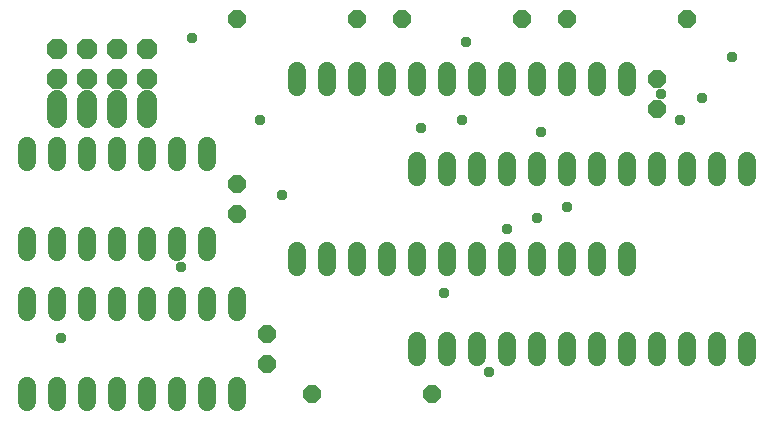
<source format=gbr>
G04 EAGLE Gerber RS-274X export*
G75*
%MOMM*%
%FSLAX34Y34*%
%LPD*%
%INSoldermask Top*%
%IPPOS*%
%AMOC8*
5,1,8,0,0,1.08239X$1,22.5*%
G01*
%ADD10C,1.524000*%
%ADD11P,1.869504X8X202.500000*%
%ADD12C,1.727200*%
%ADD13P,1.649562X8X202.500000*%
%ADD14P,1.649562X8X292.500000*%
%ADD15C,0.959600*%


D10*
X533400Y298704D02*
X533400Y285496D01*
X508000Y285496D02*
X508000Y298704D01*
X381000Y298704D02*
X381000Y285496D01*
X355600Y285496D02*
X355600Y298704D01*
X482600Y298704D02*
X482600Y285496D01*
X457200Y285496D02*
X457200Y298704D01*
X406400Y298704D02*
X406400Y285496D01*
X431800Y285496D02*
X431800Y298704D01*
X330200Y298704D02*
X330200Y285496D01*
X304800Y285496D02*
X304800Y298704D01*
X279400Y298704D02*
X279400Y285496D01*
X254000Y285496D02*
X254000Y298704D01*
X254000Y146304D02*
X254000Y133096D01*
X279400Y133096D02*
X279400Y146304D01*
X304800Y146304D02*
X304800Y133096D01*
X330200Y133096D02*
X330200Y146304D01*
X355600Y146304D02*
X355600Y133096D01*
X381000Y133096D02*
X381000Y146304D01*
X406400Y146304D02*
X406400Y133096D01*
X431800Y133096D02*
X431800Y146304D01*
X457200Y146304D02*
X457200Y133096D01*
X482600Y133096D02*
X482600Y146304D01*
X508000Y146304D02*
X508000Y133096D01*
X533400Y133096D02*
X533400Y146304D01*
X635000Y209296D02*
X635000Y222504D01*
X609600Y222504D02*
X609600Y209296D01*
X584200Y209296D02*
X584200Y222504D01*
X558800Y222504D02*
X558800Y209296D01*
X533400Y209296D02*
X533400Y222504D01*
X508000Y222504D02*
X508000Y209296D01*
X482600Y209296D02*
X482600Y222504D01*
X457200Y222504D02*
X457200Y209296D01*
X431800Y209296D02*
X431800Y222504D01*
X406400Y222504D02*
X406400Y209296D01*
X381000Y209296D02*
X381000Y222504D01*
X355600Y222504D02*
X355600Y209296D01*
X355600Y70104D02*
X355600Y56896D01*
X381000Y56896D02*
X381000Y70104D01*
X406400Y70104D02*
X406400Y56896D01*
X431800Y56896D02*
X431800Y70104D01*
X457200Y70104D02*
X457200Y56896D01*
X482600Y56896D02*
X482600Y70104D01*
X508000Y70104D02*
X508000Y56896D01*
X533400Y56896D02*
X533400Y70104D01*
X558800Y70104D02*
X558800Y56896D01*
X584200Y56896D02*
X584200Y70104D01*
X609600Y70104D02*
X609600Y56896D01*
X635000Y56896D02*
X635000Y70104D01*
X203200Y94996D02*
X203200Y108204D01*
X177800Y108204D02*
X177800Y94996D01*
X50800Y94996D02*
X50800Y108204D01*
X25400Y108204D02*
X25400Y94996D01*
X152400Y94996D02*
X152400Y108204D01*
X127000Y108204D02*
X127000Y94996D01*
X76200Y94996D02*
X76200Y108204D01*
X101600Y108204D02*
X101600Y94996D01*
X25400Y32004D02*
X25400Y18796D01*
X50800Y18796D02*
X50800Y32004D01*
X76200Y32004D02*
X76200Y18796D01*
X101600Y18796D02*
X101600Y32004D01*
X127000Y32004D02*
X127000Y18796D01*
X152400Y18796D02*
X152400Y32004D01*
X177800Y32004D02*
X177800Y18796D01*
X203200Y18796D02*
X203200Y32004D01*
X177800Y221996D02*
X177800Y235204D01*
X152400Y235204D02*
X152400Y221996D01*
X25400Y221996D02*
X25400Y235204D01*
X25400Y159004D02*
X25400Y145796D01*
X127000Y221996D02*
X127000Y235204D01*
X101600Y235204D02*
X101600Y221996D01*
X50800Y221996D02*
X50800Y235204D01*
X76200Y235204D02*
X76200Y221996D01*
X50800Y159004D02*
X50800Y145796D01*
X76200Y145796D02*
X76200Y159004D01*
X101600Y159004D02*
X101600Y145796D01*
X127000Y145796D02*
X127000Y159004D01*
X152400Y159004D02*
X152400Y145796D01*
X177800Y145796D02*
X177800Y159004D01*
D11*
X127000Y317500D03*
X127000Y292100D03*
X101600Y317500D03*
X101600Y292100D03*
X76200Y317500D03*
X76200Y292100D03*
X50800Y317500D03*
X50800Y292100D03*
D12*
X127000Y274320D02*
X127000Y259080D01*
X101600Y259080D02*
X101600Y274320D01*
X76200Y274320D02*
X76200Y259080D01*
X50800Y259080D02*
X50800Y274320D01*
D13*
X304800Y342900D03*
X203200Y342900D03*
X444500Y342900D03*
X342900Y342900D03*
X584200Y342900D03*
X482600Y342900D03*
X368300Y25400D03*
X266700Y25400D03*
D14*
X228600Y76200D03*
X228600Y50800D03*
X203200Y203200D03*
X203200Y177800D03*
X558800Y292100D03*
X558800Y266700D03*
D15*
X358775Y250825D03*
X577850Y257175D03*
X561975Y279400D03*
X482600Y184150D03*
X457200Y174625D03*
X431800Y165100D03*
X622300Y311150D03*
X396875Y323850D03*
X596900Y276225D03*
X460375Y247650D03*
X377825Y111125D03*
X415925Y44450D03*
X155575Y133350D03*
X222250Y257175D03*
X165100Y327025D03*
X53975Y73025D03*
X393700Y257175D03*
X241300Y193675D03*
M02*

</source>
